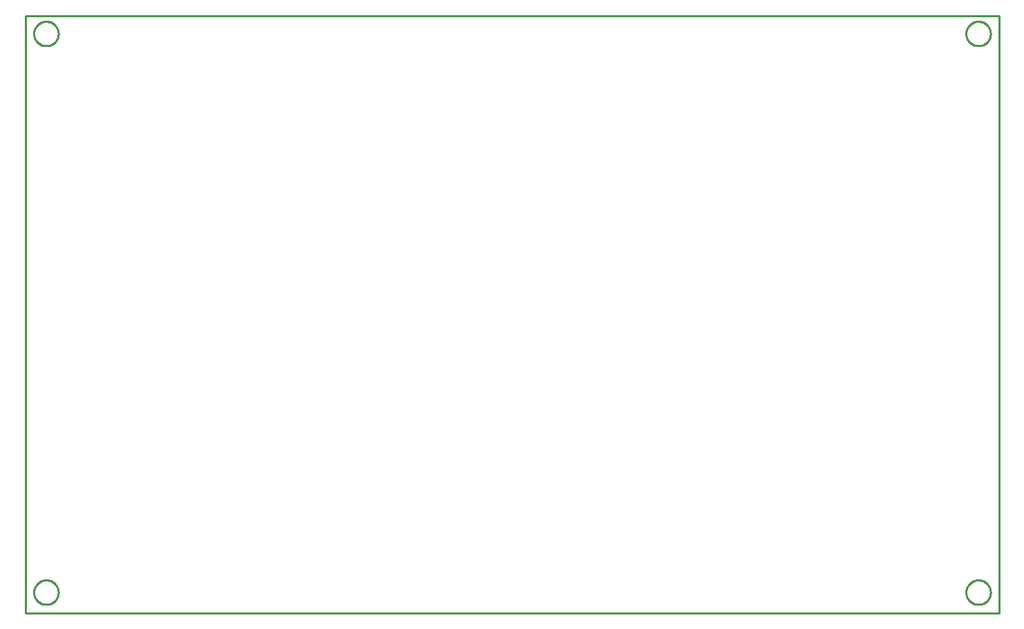
<source format=gbr>
G04 EAGLE Gerber RS-274X export*
G75*
%MOMM*%
%FSLAX34Y34*%
%LPD*%
%IN*%
%IPPOS*%
%AMOC8*
5,1,8,0,0,1.08239X$1,22.5*%
G01*
%ADD10C,0.254000*%


D10*
X0Y0D02*
X1193600Y0D01*
X1193600Y733300D01*
X0Y733300D01*
X0Y0D01*
X40400Y710664D02*
X40324Y709596D01*
X40171Y708535D01*
X39943Y707488D01*
X39641Y706460D01*
X39267Y705456D01*
X38822Y704481D01*
X38308Y703541D01*
X37729Y702640D01*
X37087Y701782D01*
X36385Y700972D01*
X35628Y700215D01*
X34818Y699513D01*
X33960Y698871D01*
X33059Y698292D01*
X32119Y697778D01*
X31144Y697333D01*
X30140Y696959D01*
X29112Y696657D01*
X28065Y696429D01*
X27004Y696276D01*
X25936Y696200D01*
X24864Y696200D01*
X23796Y696276D01*
X22735Y696429D01*
X21688Y696657D01*
X20660Y696959D01*
X19656Y697333D01*
X18681Y697778D01*
X17741Y698292D01*
X16840Y698871D01*
X15982Y699513D01*
X15172Y700215D01*
X14415Y700972D01*
X13713Y701782D01*
X13071Y702640D01*
X12492Y703541D01*
X11978Y704481D01*
X11533Y705456D01*
X11159Y706460D01*
X10857Y707488D01*
X10629Y708535D01*
X10476Y709596D01*
X10400Y710664D01*
X10400Y711736D01*
X10476Y712804D01*
X10629Y713865D01*
X10857Y714912D01*
X11159Y715940D01*
X11533Y716944D01*
X11978Y717919D01*
X12492Y718859D01*
X13071Y719760D01*
X13713Y720618D01*
X14415Y721428D01*
X15172Y722185D01*
X15982Y722887D01*
X16840Y723529D01*
X17741Y724108D01*
X18681Y724622D01*
X19656Y725067D01*
X20660Y725441D01*
X21688Y725743D01*
X22735Y725971D01*
X23796Y726124D01*
X24864Y726200D01*
X25936Y726200D01*
X27004Y726124D01*
X28065Y725971D01*
X29112Y725743D01*
X30140Y725441D01*
X31144Y725067D01*
X32119Y724622D01*
X33059Y724108D01*
X33960Y723529D01*
X34818Y722887D01*
X35628Y722185D01*
X36385Y721428D01*
X37087Y720618D01*
X37729Y719760D01*
X38308Y718859D01*
X38822Y717919D01*
X39267Y716944D01*
X39641Y715940D01*
X39943Y714912D01*
X40171Y713865D01*
X40324Y712804D01*
X40400Y711736D01*
X40400Y710664D01*
X1183400Y710664D02*
X1183324Y709596D01*
X1183171Y708535D01*
X1182943Y707488D01*
X1182641Y706460D01*
X1182267Y705456D01*
X1181822Y704481D01*
X1181308Y703541D01*
X1180729Y702640D01*
X1180087Y701782D01*
X1179385Y700972D01*
X1178628Y700215D01*
X1177818Y699513D01*
X1176960Y698871D01*
X1176059Y698292D01*
X1175119Y697778D01*
X1174144Y697333D01*
X1173140Y696959D01*
X1172112Y696657D01*
X1171065Y696429D01*
X1170004Y696276D01*
X1168936Y696200D01*
X1167864Y696200D01*
X1166796Y696276D01*
X1165735Y696429D01*
X1164688Y696657D01*
X1163660Y696959D01*
X1162656Y697333D01*
X1161681Y697778D01*
X1160741Y698292D01*
X1159840Y698871D01*
X1158982Y699513D01*
X1158172Y700215D01*
X1157415Y700972D01*
X1156713Y701782D01*
X1156071Y702640D01*
X1155492Y703541D01*
X1154978Y704481D01*
X1154533Y705456D01*
X1154159Y706460D01*
X1153857Y707488D01*
X1153629Y708535D01*
X1153476Y709596D01*
X1153400Y710664D01*
X1153400Y711736D01*
X1153476Y712804D01*
X1153629Y713865D01*
X1153857Y714912D01*
X1154159Y715940D01*
X1154533Y716944D01*
X1154978Y717919D01*
X1155492Y718859D01*
X1156071Y719760D01*
X1156713Y720618D01*
X1157415Y721428D01*
X1158172Y722185D01*
X1158982Y722887D01*
X1159840Y723529D01*
X1160741Y724108D01*
X1161681Y724622D01*
X1162656Y725067D01*
X1163660Y725441D01*
X1164688Y725743D01*
X1165735Y725971D01*
X1166796Y726124D01*
X1167864Y726200D01*
X1168936Y726200D01*
X1170004Y726124D01*
X1171065Y725971D01*
X1172112Y725743D01*
X1173140Y725441D01*
X1174144Y725067D01*
X1175119Y724622D01*
X1176059Y724108D01*
X1176960Y723529D01*
X1177818Y722887D01*
X1178628Y722185D01*
X1179385Y721428D01*
X1180087Y720618D01*
X1180729Y719760D01*
X1181308Y718859D01*
X1181822Y717919D01*
X1182267Y716944D01*
X1182641Y715940D01*
X1182943Y714912D01*
X1183171Y713865D01*
X1183324Y712804D01*
X1183400Y711736D01*
X1183400Y710664D01*
X1183400Y24864D02*
X1183324Y23796D01*
X1183171Y22735D01*
X1182943Y21688D01*
X1182641Y20660D01*
X1182267Y19656D01*
X1181822Y18681D01*
X1181308Y17741D01*
X1180729Y16840D01*
X1180087Y15982D01*
X1179385Y15172D01*
X1178628Y14415D01*
X1177818Y13713D01*
X1176960Y13071D01*
X1176059Y12492D01*
X1175119Y11978D01*
X1174144Y11533D01*
X1173140Y11159D01*
X1172112Y10857D01*
X1171065Y10629D01*
X1170004Y10476D01*
X1168936Y10400D01*
X1167864Y10400D01*
X1166796Y10476D01*
X1165735Y10629D01*
X1164688Y10857D01*
X1163660Y11159D01*
X1162656Y11533D01*
X1161681Y11978D01*
X1160741Y12492D01*
X1159840Y13071D01*
X1158982Y13713D01*
X1158172Y14415D01*
X1157415Y15172D01*
X1156713Y15982D01*
X1156071Y16840D01*
X1155492Y17741D01*
X1154978Y18681D01*
X1154533Y19656D01*
X1154159Y20660D01*
X1153857Y21688D01*
X1153629Y22735D01*
X1153476Y23796D01*
X1153400Y24864D01*
X1153400Y25936D01*
X1153476Y27004D01*
X1153629Y28065D01*
X1153857Y29112D01*
X1154159Y30140D01*
X1154533Y31144D01*
X1154978Y32119D01*
X1155492Y33059D01*
X1156071Y33960D01*
X1156713Y34818D01*
X1157415Y35628D01*
X1158172Y36385D01*
X1158982Y37087D01*
X1159840Y37729D01*
X1160741Y38308D01*
X1161681Y38822D01*
X1162656Y39267D01*
X1163660Y39641D01*
X1164688Y39943D01*
X1165735Y40171D01*
X1166796Y40324D01*
X1167864Y40400D01*
X1168936Y40400D01*
X1170004Y40324D01*
X1171065Y40171D01*
X1172112Y39943D01*
X1173140Y39641D01*
X1174144Y39267D01*
X1175119Y38822D01*
X1176059Y38308D01*
X1176960Y37729D01*
X1177818Y37087D01*
X1178628Y36385D01*
X1179385Y35628D01*
X1180087Y34818D01*
X1180729Y33960D01*
X1181308Y33059D01*
X1181822Y32119D01*
X1182267Y31144D01*
X1182641Y30140D01*
X1182943Y29112D01*
X1183171Y28065D01*
X1183324Y27004D01*
X1183400Y25936D01*
X1183400Y24864D01*
X40400Y24864D02*
X40324Y23796D01*
X40171Y22735D01*
X39943Y21688D01*
X39641Y20660D01*
X39267Y19656D01*
X38822Y18681D01*
X38308Y17741D01*
X37729Y16840D01*
X37087Y15982D01*
X36385Y15172D01*
X35628Y14415D01*
X34818Y13713D01*
X33960Y13071D01*
X33059Y12492D01*
X32119Y11978D01*
X31144Y11533D01*
X30140Y11159D01*
X29112Y10857D01*
X28065Y10629D01*
X27004Y10476D01*
X25936Y10400D01*
X24864Y10400D01*
X23796Y10476D01*
X22735Y10629D01*
X21688Y10857D01*
X20660Y11159D01*
X19656Y11533D01*
X18681Y11978D01*
X17741Y12492D01*
X16840Y13071D01*
X15982Y13713D01*
X15172Y14415D01*
X14415Y15172D01*
X13713Y15982D01*
X13071Y16840D01*
X12492Y17741D01*
X11978Y18681D01*
X11533Y19656D01*
X11159Y20660D01*
X10857Y21688D01*
X10629Y22735D01*
X10476Y23796D01*
X10400Y24864D01*
X10400Y25936D01*
X10476Y27004D01*
X10629Y28065D01*
X10857Y29112D01*
X11159Y30140D01*
X11533Y31144D01*
X11978Y32119D01*
X12492Y33059D01*
X13071Y33960D01*
X13713Y34818D01*
X14415Y35628D01*
X15172Y36385D01*
X15982Y37087D01*
X16840Y37729D01*
X17741Y38308D01*
X18681Y38822D01*
X19656Y39267D01*
X20660Y39641D01*
X21688Y39943D01*
X22735Y40171D01*
X23796Y40324D01*
X24864Y40400D01*
X25936Y40400D01*
X27004Y40324D01*
X28065Y40171D01*
X29112Y39943D01*
X30140Y39641D01*
X31144Y39267D01*
X32119Y38822D01*
X33059Y38308D01*
X33960Y37729D01*
X34818Y37087D01*
X35628Y36385D01*
X36385Y35628D01*
X37087Y34818D01*
X37729Y33960D01*
X38308Y33059D01*
X38822Y32119D01*
X39267Y31144D01*
X39641Y30140D01*
X39943Y29112D01*
X40171Y28065D01*
X40324Y27004D01*
X40400Y25936D01*
X40400Y24864D01*
M02*

</source>
